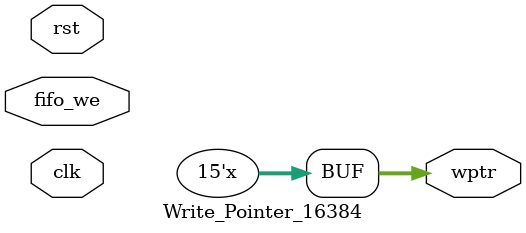
<source format=v>
`timescale 1ns / 1ps 

module Write_Pointer_16384

#(
	parameter ADDR_WIDTH = 14
)
(
	input clk,
	input rst,
	input fifo_we,
	output reg [ADDR_WIDTH:0] wptr
);

	always @(posedge clk)
	begin: RESET_CHECK
		if (rst) begin
			wptr <= 15'b0;
		end
	end
	always @(fifo_we) 
	begin: COUNT_WPTR
		if (fifo_we) begin
			wptr <= wptr + 15'd1;
		end	
		else begin
			wptr <= wptr;
		end
	end

endmodule

</source>
